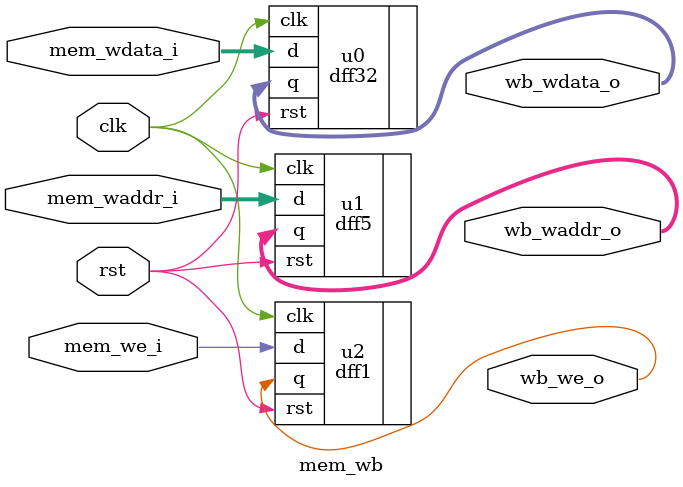
<source format=v>
`timescale 1ns / 1ps


module mem_wb(
           input    wire        rst,            ///< 重置
           input    wire        clk,            ///< 时钟信号

           input    wire        mem_we_i,
           input    wire[4:0]   mem_waddr_i,
           input    wire[31:0]  mem_wdata_i,

           output    wire        wb_we_o,
           output    wire[4:0]   wb_waddr_o,
           output    wire[31:0]  wb_wdata_o
    );

dff32 u0(.clk(clk),.rst(rst),.d(mem_wdata_i),.q(wb_wdata_o));
dff5 u1(.clk(clk),.rst(rst),.d(mem_waddr_i),.q(wb_waddr_o));
dff1 u2(.clk(clk),.rst(rst),.d(mem_we_i),.q(wb_we_o));


endmodule

</source>
